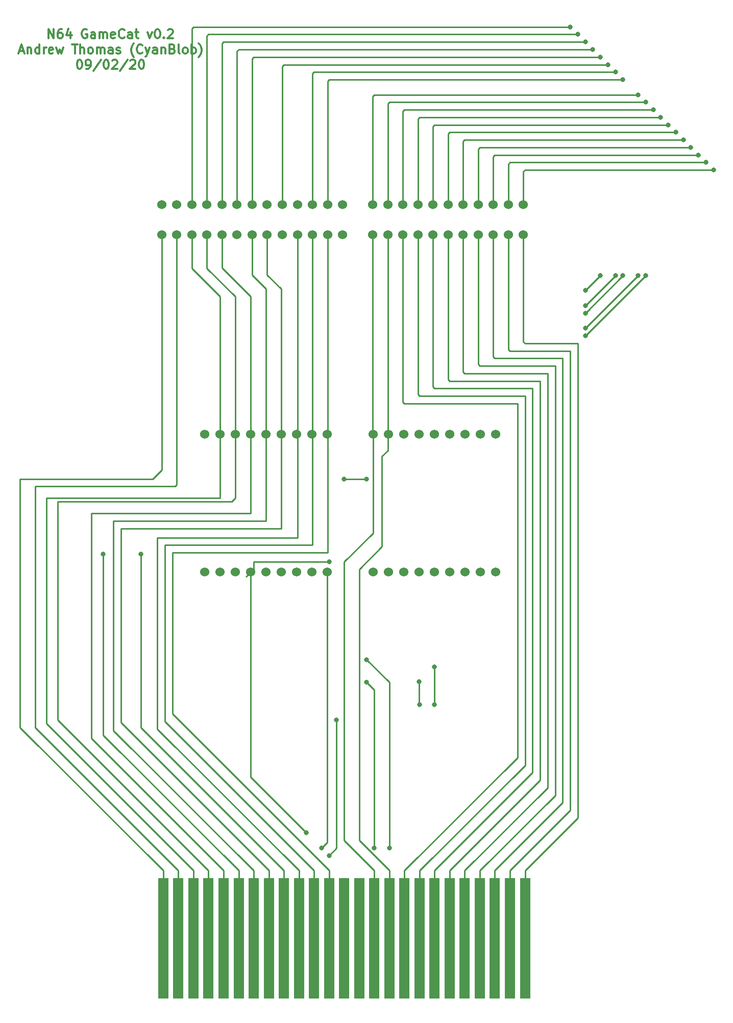
<source format=gbr>
%TF.GenerationSoftware,KiCad,Pcbnew,5.1.6*%
%TF.CreationDate,2020-09-02T19:31:06-05:00*%
%TF.ProjectId,n64_gamecat,6e36345f-6761-46d6-9563-61742e6b6963,rev?*%
%TF.SameCoordinates,Original*%
%TF.FileFunction,Copper,L1,Top*%
%TF.FilePolarity,Positive*%
%FSLAX46Y46*%
G04 Gerber Fmt 4.6, Leading zero omitted, Abs format (unit mm)*
G04 Created by KiCad (PCBNEW 5.1.6) date 2020-09-02 19:31:06*
%MOMM*%
%LPD*%
G01*
G04 APERTURE LIST*
%TA.AperFunction,NonConductor*%
%ADD10C,0.300000*%
%TD*%
%TA.AperFunction,ComponentPad*%
%ADD11C,1.524000*%
%TD*%
%TA.AperFunction,SMDPad,CuDef*%
%ADD12R,1.800000X20.000000*%
%TD*%
%TA.AperFunction,ViaPad*%
%ADD13C,0.800000*%
%TD*%
%TA.AperFunction,Conductor*%
%ADD14C,0.250000*%
%TD*%
G04 APERTURE END LIST*
D10*
X90964285Y-18128571D02*
X90964285Y-16628571D01*
X91821428Y-18128571D01*
X91821428Y-16628571D01*
X93178571Y-16628571D02*
X92892857Y-16628571D01*
X92750000Y-16700000D01*
X92678571Y-16771428D01*
X92535714Y-16985714D01*
X92464285Y-17271428D01*
X92464285Y-17842857D01*
X92535714Y-17985714D01*
X92607142Y-18057142D01*
X92750000Y-18128571D01*
X93035714Y-18128571D01*
X93178571Y-18057142D01*
X93250000Y-17985714D01*
X93321428Y-17842857D01*
X93321428Y-17485714D01*
X93250000Y-17342857D01*
X93178571Y-17271428D01*
X93035714Y-17200000D01*
X92750000Y-17200000D01*
X92607142Y-17271428D01*
X92535714Y-17342857D01*
X92464285Y-17485714D01*
X94607142Y-17128571D02*
X94607142Y-18128571D01*
X94250000Y-16557142D02*
X93892857Y-17628571D01*
X94821428Y-17628571D01*
X97321428Y-16700000D02*
X97178571Y-16628571D01*
X96964285Y-16628571D01*
X96750000Y-16700000D01*
X96607142Y-16842857D01*
X96535714Y-16985714D01*
X96464285Y-17271428D01*
X96464285Y-17485714D01*
X96535714Y-17771428D01*
X96607142Y-17914285D01*
X96750000Y-18057142D01*
X96964285Y-18128571D01*
X97107142Y-18128571D01*
X97321428Y-18057142D01*
X97392857Y-17985714D01*
X97392857Y-17485714D01*
X97107142Y-17485714D01*
X98678571Y-18128571D02*
X98678571Y-17342857D01*
X98607142Y-17200000D01*
X98464285Y-17128571D01*
X98178571Y-17128571D01*
X98035714Y-17200000D01*
X98678571Y-18057142D02*
X98535714Y-18128571D01*
X98178571Y-18128571D01*
X98035714Y-18057142D01*
X97964285Y-17914285D01*
X97964285Y-17771428D01*
X98035714Y-17628571D01*
X98178571Y-17557142D01*
X98535714Y-17557142D01*
X98678571Y-17485714D01*
X99392857Y-18128571D02*
X99392857Y-17128571D01*
X99392857Y-17271428D02*
X99464285Y-17200000D01*
X99607142Y-17128571D01*
X99821428Y-17128571D01*
X99964285Y-17200000D01*
X100035714Y-17342857D01*
X100035714Y-18128571D01*
X100035714Y-17342857D02*
X100107142Y-17200000D01*
X100250000Y-17128571D01*
X100464285Y-17128571D01*
X100607142Y-17200000D01*
X100678571Y-17342857D01*
X100678571Y-18128571D01*
X101964285Y-18057142D02*
X101821428Y-18128571D01*
X101535714Y-18128571D01*
X101392857Y-18057142D01*
X101321428Y-17914285D01*
X101321428Y-17342857D01*
X101392857Y-17200000D01*
X101535714Y-17128571D01*
X101821428Y-17128571D01*
X101964285Y-17200000D01*
X102035714Y-17342857D01*
X102035714Y-17485714D01*
X101321428Y-17628571D01*
X103535714Y-17985714D02*
X103464285Y-18057142D01*
X103250000Y-18128571D01*
X103107142Y-18128571D01*
X102892857Y-18057142D01*
X102750000Y-17914285D01*
X102678571Y-17771428D01*
X102607142Y-17485714D01*
X102607142Y-17271428D01*
X102678571Y-16985714D01*
X102750000Y-16842857D01*
X102892857Y-16700000D01*
X103107142Y-16628571D01*
X103250000Y-16628571D01*
X103464285Y-16700000D01*
X103535714Y-16771428D01*
X104821428Y-18128571D02*
X104821428Y-17342857D01*
X104750000Y-17200000D01*
X104607142Y-17128571D01*
X104321428Y-17128571D01*
X104178571Y-17200000D01*
X104821428Y-18057142D02*
X104678571Y-18128571D01*
X104321428Y-18128571D01*
X104178571Y-18057142D01*
X104107142Y-17914285D01*
X104107142Y-17771428D01*
X104178571Y-17628571D01*
X104321428Y-17557142D01*
X104678571Y-17557142D01*
X104821428Y-17485714D01*
X105321428Y-17128571D02*
X105892857Y-17128571D01*
X105535714Y-16628571D02*
X105535714Y-17914285D01*
X105607142Y-18057142D01*
X105749999Y-18128571D01*
X105892857Y-18128571D01*
X107392857Y-17128571D02*
X107749999Y-18128571D01*
X108107142Y-17128571D01*
X108964285Y-16628571D02*
X109107142Y-16628571D01*
X109249999Y-16700000D01*
X109321428Y-16771428D01*
X109392857Y-16914285D01*
X109464285Y-17200000D01*
X109464285Y-17557142D01*
X109392857Y-17842857D01*
X109321428Y-17985714D01*
X109249999Y-18057142D01*
X109107142Y-18128571D01*
X108964285Y-18128571D01*
X108821428Y-18057142D01*
X108749999Y-17985714D01*
X108678571Y-17842857D01*
X108607142Y-17557142D01*
X108607142Y-17200000D01*
X108678571Y-16914285D01*
X108749999Y-16771428D01*
X108821428Y-16700000D01*
X108964285Y-16628571D01*
X110107142Y-17985714D02*
X110178571Y-18057142D01*
X110107142Y-18128571D01*
X110035714Y-18057142D01*
X110107142Y-17985714D01*
X110107142Y-18128571D01*
X110749999Y-16771428D02*
X110821428Y-16700000D01*
X110964285Y-16628571D01*
X111321428Y-16628571D01*
X111464285Y-16700000D01*
X111535714Y-16771428D01*
X111607142Y-16914285D01*
X111607142Y-17057142D01*
X111535714Y-17271428D01*
X110678571Y-18128571D01*
X111607142Y-18128571D01*
X86107142Y-20250000D02*
X86821428Y-20250000D01*
X85964285Y-20678571D02*
X86464285Y-19178571D01*
X86964285Y-20678571D01*
X87464285Y-19678571D02*
X87464285Y-20678571D01*
X87464285Y-19821428D02*
X87535714Y-19750000D01*
X87678571Y-19678571D01*
X87892857Y-19678571D01*
X88035714Y-19750000D01*
X88107142Y-19892857D01*
X88107142Y-20678571D01*
X89464285Y-20678571D02*
X89464285Y-19178571D01*
X89464285Y-20607142D02*
X89321428Y-20678571D01*
X89035714Y-20678571D01*
X88892857Y-20607142D01*
X88821428Y-20535714D01*
X88750000Y-20392857D01*
X88750000Y-19964285D01*
X88821428Y-19821428D01*
X88892857Y-19750000D01*
X89035714Y-19678571D01*
X89321428Y-19678571D01*
X89464285Y-19750000D01*
X90178571Y-20678571D02*
X90178571Y-19678571D01*
X90178571Y-19964285D02*
X90250000Y-19821428D01*
X90321428Y-19750000D01*
X90464285Y-19678571D01*
X90607142Y-19678571D01*
X91678571Y-20607142D02*
X91535714Y-20678571D01*
X91250000Y-20678571D01*
X91107142Y-20607142D01*
X91035714Y-20464285D01*
X91035714Y-19892857D01*
X91107142Y-19750000D01*
X91250000Y-19678571D01*
X91535714Y-19678571D01*
X91678571Y-19750000D01*
X91750000Y-19892857D01*
X91750000Y-20035714D01*
X91035714Y-20178571D01*
X92250000Y-19678571D02*
X92535714Y-20678571D01*
X92821428Y-19964285D01*
X93107142Y-20678571D01*
X93392857Y-19678571D01*
X94892857Y-19178571D02*
X95750000Y-19178571D01*
X95321428Y-20678571D02*
X95321428Y-19178571D01*
X96250000Y-20678571D02*
X96250000Y-19178571D01*
X96892857Y-20678571D02*
X96892857Y-19892857D01*
X96821428Y-19750000D01*
X96678571Y-19678571D01*
X96464285Y-19678571D01*
X96321428Y-19750000D01*
X96250000Y-19821428D01*
X97821428Y-20678571D02*
X97678571Y-20607142D01*
X97607142Y-20535714D01*
X97535714Y-20392857D01*
X97535714Y-19964285D01*
X97607142Y-19821428D01*
X97678571Y-19750000D01*
X97821428Y-19678571D01*
X98035714Y-19678571D01*
X98178571Y-19750000D01*
X98250000Y-19821428D01*
X98321428Y-19964285D01*
X98321428Y-20392857D01*
X98250000Y-20535714D01*
X98178571Y-20607142D01*
X98035714Y-20678571D01*
X97821428Y-20678571D01*
X98964285Y-20678571D02*
X98964285Y-19678571D01*
X98964285Y-19821428D02*
X99035714Y-19750000D01*
X99178571Y-19678571D01*
X99392857Y-19678571D01*
X99535714Y-19750000D01*
X99607142Y-19892857D01*
X99607142Y-20678571D01*
X99607142Y-19892857D02*
X99678571Y-19750000D01*
X99821428Y-19678571D01*
X100035714Y-19678571D01*
X100178571Y-19750000D01*
X100250000Y-19892857D01*
X100250000Y-20678571D01*
X101607142Y-20678571D02*
X101607142Y-19892857D01*
X101535714Y-19750000D01*
X101392857Y-19678571D01*
X101107142Y-19678571D01*
X100964285Y-19750000D01*
X101607142Y-20607142D02*
X101464285Y-20678571D01*
X101107142Y-20678571D01*
X100964285Y-20607142D01*
X100892857Y-20464285D01*
X100892857Y-20321428D01*
X100964285Y-20178571D01*
X101107142Y-20107142D01*
X101464285Y-20107142D01*
X101607142Y-20035714D01*
X102250000Y-20607142D02*
X102392857Y-20678571D01*
X102678571Y-20678571D01*
X102821428Y-20607142D01*
X102892857Y-20464285D01*
X102892857Y-20392857D01*
X102821428Y-20250000D01*
X102678571Y-20178571D01*
X102464285Y-20178571D01*
X102321428Y-20107142D01*
X102250000Y-19964285D01*
X102250000Y-19892857D01*
X102321428Y-19750000D01*
X102464285Y-19678571D01*
X102678571Y-19678571D01*
X102821428Y-19750000D01*
X105107142Y-21250000D02*
X105035714Y-21178571D01*
X104892857Y-20964285D01*
X104821428Y-20821428D01*
X104750000Y-20607142D01*
X104678571Y-20250000D01*
X104678571Y-19964285D01*
X104750000Y-19607142D01*
X104821428Y-19392857D01*
X104892857Y-19250000D01*
X105035714Y-19035714D01*
X105107142Y-18964285D01*
X106535714Y-20535714D02*
X106464285Y-20607142D01*
X106250000Y-20678571D01*
X106107142Y-20678571D01*
X105892857Y-20607142D01*
X105750000Y-20464285D01*
X105678571Y-20321428D01*
X105607142Y-20035714D01*
X105607142Y-19821428D01*
X105678571Y-19535714D01*
X105750000Y-19392857D01*
X105892857Y-19250000D01*
X106107142Y-19178571D01*
X106250000Y-19178571D01*
X106464285Y-19250000D01*
X106535714Y-19321428D01*
X107035714Y-19678571D02*
X107392857Y-20678571D01*
X107750000Y-19678571D02*
X107392857Y-20678571D01*
X107250000Y-21035714D01*
X107178571Y-21107142D01*
X107035714Y-21178571D01*
X108964285Y-20678571D02*
X108964285Y-19892857D01*
X108892857Y-19750000D01*
X108750000Y-19678571D01*
X108464285Y-19678571D01*
X108321428Y-19750000D01*
X108964285Y-20607142D02*
X108821428Y-20678571D01*
X108464285Y-20678571D01*
X108321428Y-20607142D01*
X108250000Y-20464285D01*
X108250000Y-20321428D01*
X108321428Y-20178571D01*
X108464285Y-20107142D01*
X108821428Y-20107142D01*
X108964285Y-20035714D01*
X109678571Y-19678571D02*
X109678571Y-20678571D01*
X109678571Y-19821428D02*
X109750000Y-19750000D01*
X109892857Y-19678571D01*
X110107142Y-19678571D01*
X110250000Y-19750000D01*
X110321428Y-19892857D01*
X110321428Y-20678571D01*
X111535714Y-19892857D02*
X111750000Y-19964285D01*
X111821428Y-20035714D01*
X111892857Y-20178571D01*
X111892857Y-20392857D01*
X111821428Y-20535714D01*
X111750000Y-20607142D01*
X111607142Y-20678571D01*
X111035714Y-20678571D01*
X111035714Y-19178571D01*
X111535714Y-19178571D01*
X111678571Y-19250000D01*
X111750000Y-19321428D01*
X111821428Y-19464285D01*
X111821428Y-19607142D01*
X111750000Y-19750000D01*
X111678571Y-19821428D01*
X111535714Y-19892857D01*
X111035714Y-19892857D01*
X112750000Y-20678571D02*
X112607142Y-20607142D01*
X112535714Y-20464285D01*
X112535714Y-19178571D01*
X113535714Y-20678571D02*
X113392857Y-20607142D01*
X113321428Y-20535714D01*
X113250000Y-20392857D01*
X113250000Y-19964285D01*
X113321428Y-19821428D01*
X113392857Y-19750000D01*
X113535714Y-19678571D01*
X113750000Y-19678571D01*
X113892857Y-19750000D01*
X113964285Y-19821428D01*
X114035714Y-19964285D01*
X114035714Y-20392857D01*
X113964285Y-20535714D01*
X113892857Y-20607142D01*
X113750000Y-20678571D01*
X113535714Y-20678571D01*
X114678571Y-20678571D02*
X114678571Y-19178571D01*
X114678571Y-19750000D02*
X114821428Y-19678571D01*
X115107142Y-19678571D01*
X115250000Y-19750000D01*
X115321428Y-19821428D01*
X115392857Y-19964285D01*
X115392857Y-20392857D01*
X115321428Y-20535714D01*
X115250000Y-20607142D01*
X115107142Y-20678571D01*
X114821428Y-20678571D01*
X114678571Y-20607142D01*
X115892857Y-21250000D02*
X115964285Y-21178571D01*
X116107142Y-20964285D01*
X116178571Y-20821428D01*
X116250000Y-20607142D01*
X116321428Y-20250000D01*
X116321428Y-19964285D01*
X116250000Y-19607142D01*
X116178571Y-19392857D01*
X116107142Y-19250000D01*
X115964285Y-19035714D01*
X115892857Y-18964285D01*
X96035714Y-21728571D02*
X96178571Y-21728571D01*
X96321428Y-21800000D01*
X96392857Y-21871428D01*
X96464285Y-22014285D01*
X96535714Y-22300000D01*
X96535714Y-22657142D01*
X96464285Y-22942857D01*
X96392857Y-23085714D01*
X96321428Y-23157142D01*
X96178571Y-23228571D01*
X96035714Y-23228571D01*
X95892857Y-23157142D01*
X95821428Y-23085714D01*
X95750000Y-22942857D01*
X95678571Y-22657142D01*
X95678571Y-22300000D01*
X95750000Y-22014285D01*
X95821428Y-21871428D01*
X95892857Y-21800000D01*
X96035714Y-21728571D01*
X97250000Y-23228571D02*
X97535714Y-23228571D01*
X97678571Y-23157142D01*
X97750000Y-23085714D01*
X97892857Y-22871428D01*
X97964285Y-22585714D01*
X97964285Y-22014285D01*
X97892857Y-21871428D01*
X97821428Y-21800000D01*
X97678571Y-21728571D01*
X97392857Y-21728571D01*
X97250000Y-21800000D01*
X97178571Y-21871428D01*
X97107142Y-22014285D01*
X97107142Y-22371428D01*
X97178571Y-22514285D01*
X97250000Y-22585714D01*
X97392857Y-22657142D01*
X97678571Y-22657142D01*
X97821428Y-22585714D01*
X97892857Y-22514285D01*
X97964285Y-22371428D01*
X99678571Y-21657142D02*
X98392857Y-23585714D01*
X100464285Y-21728571D02*
X100607142Y-21728571D01*
X100750000Y-21800000D01*
X100821428Y-21871428D01*
X100892857Y-22014285D01*
X100964285Y-22300000D01*
X100964285Y-22657142D01*
X100892857Y-22942857D01*
X100821428Y-23085714D01*
X100750000Y-23157142D01*
X100607142Y-23228571D01*
X100464285Y-23228571D01*
X100321428Y-23157142D01*
X100250000Y-23085714D01*
X100178571Y-22942857D01*
X100107142Y-22657142D01*
X100107142Y-22300000D01*
X100178571Y-22014285D01*
X100250000Y-21871428D01*
X100321428Y-21800000D01*
X100464285Y-21728571D01*
X101535714Y-21871428D02*
X101607142Y-21800000D01*
X101750000Y-21728571D01*
X102107142Y-21728571D01*
X102250000Y-21800000D01*
X102321428Y-21871428D01*
X102392857Y-22014285D01*
X102392857Y-22157142D01*
X102321428Y-22371428D01*
X101464285Y-23228571D01*
X102392857Y-23228571D01*
X104107142Y-21657142D02*
X102821428Y-23585714D01*
X104535714Y-21871428D02*
X104607142Y-21800000D01*
X104750000Y-21728571D01*
X105107142Y-21728571D01*
X105250000Y-21800000D01*
X105321428Y-21871428D01*
X105392857Y-22014285D01*
X105392857Y-22157142D01*
X105321428Y-22371428D01*
X104464285Y-23228571D01*
X105392857Y-23228571D01*
X106321428Y-21728571D02*
X106464285Y-21728571D01*
X106607142Y-21800000D01*
X106678571Y-21871428D01*
X106750000Y-22014285D01*
X106821428Y-22300000D01*
X106821428Y-22657142D01*
X106750000Y-22942857D01*
X106678571Y-23085714D01*
X106607142Y-23157142D01*
X106464285Y-23228571D01*
X106321428Y-23228571D01*
X106178571Y-23157142D01*
X106107142Y-23085714D01*
X106035714Y-22942857D01*
X105964285Y-22657142D01*
X105964285Y-22300000D01*
X106035714Y-22014285D01*
X106107142Y-21871428D01*
X106178571Y-21800000D01*
X106321428Y-21728571D01*
D11*
%TO.P,REF\u002A\u002A,49*%
%TO.N,N/C*%
X109740000Y-45760000D03*
%TO.P,REF\u002A\u002A,48*%
X109740000Y-50760000D03*
%TO.P,REF\u002A\u002A,47*%
X112240000Y-45760000D03*
%TO.P,REF\u002A\u002A,46*%
X114740000Y-45760000D03*
%TO.P,REF\u002A\u002A,45*%
X117240000Y-45760000D03*
%TO.P,REF\u002A\u002A,44*%
X119740000Y-45760000D03*
%TO.P,REF\u002A\u002A,43*%
X122240000Y-45760000D03*
%TO.P,REF\u002A\u002A,42*%
X124740000Y-45760000D03*
%TO.P,REF\u002A\u002A,41*%
X127240000Y-45760000D03*
%TO.P,REF\u002A\u002A,40*%
X129740000Y-45760000D03*
%TO.P,REF\u002A\u002A,39*%
X132240000Y-45760000D03*
%TO.P,REF\u002A\u002A,38*%
X134740000Y-45760000D03*
%TO.P,REF\u002A\u002A,37*%
X137240000Y-45760000D03*
%TO.P,REF\u002A\u002A,36*%
X139740000Y-45760000D03*
%TO.P,REF\u002A\u002A,35*%
X144740000Y-45760000D03*
%TO.P,REF\u002A\u002A,34*%
X147240000Y-45760000D03*
%TO.P,REF\u002A\u002A,33*%
X149740000Y-45760000D03*
%TO.P,REF\u002A\u002A,32*%
X152240000Y-45760000D03*
%TO.P,REF\u002A\u002A,31*%
X154740000Y-45760000D03*
%TO.P,REF\u002A\u002A,30*%
X157240000Y-45760000D03*
%TO.P,REF\u002A\u002A,29*%
X159740000Y-45760000D03*
%TO.P,REF\u002A\u002A,28*%
X162240000Y-45760000D03*
%TO.P,REF\u002A\u002A,27*%
X164740000Y-45760000D03*
%TO.P,REF\u002A\u002A,26*%
X167240000Y-45760000D03*
%TO.P,REF\u002A\u002A,25*%
X169740000Y-45760000D03*
%TO.P,REF\u002A\u002A,24*%
X169740000Y-50760000D03*
%TO.P,REF\u002A\u002A,23*%
X167240000Y-50760000D03*
%TO.P,REF\u002A\u002A,22*%
X164740000Y-50760000D03*
%TO.P,REF\u002A\u002A,21*%
X162240000Y-50760000D03*
%TO.P,REF\u002A\u002A,20*%
X159740000Y-50760000D03*
%TO.P,REF\u002A\u002A,19*%
X157240000Y-50760000D03*
%TO.P,REF\u002A\u002A,18*%
X154740000Y-50760000D03*
%TO.P,REF\u002A\u002A,17*%
X152240000Y-50760000D03*
%TO.P,REF\u002A\u002A,16*%
X149740000Y-50760000D03*
%TO.P,REF\u002A\u002A,15*%
X147240000Y-50760000D03*
%TO.P,REF\u002A\u002A,14*%
X144740000Y-50760000D03*
%TO.P,REF\u002A\u002A,13*%
X139740000Y-50760000D03*
%TO.P,REF\u002A\u002A,12*%
X137240000Y-50760000D03*
%TO.P,REF\u002A\u002A,11*%
X137240000Y-50760000D03*
%TO.P,REF\u002A\u002A,10*%
X134740000Y-50760000D03*
%TO.P,REF\u002A\u002A,9*%
X132240000Y-50760000D03*
%TO.P,REF\u002A\u002A,8*%
X129740000Y-50760000D03*
%TO.P,REF\u002A\u002A,7*%
X127240000Y-50760000D03*
%TO.P,REF\u002A\u002A,6*%
X124740000Y-50760000D03*
%TO.P,REF\u002A\u002A,5*%
X122240000Y-50760000D03*
%TO.P,REF\u002A\u002A,4*%
X119740000Y-50760000D03*
%TO.P,REF\u002A\u002A,3*%
X117240000Y-50760000D03*
%TO.P,REF\u002A\u002A,2*%
X114740000Y-50760000D03*
%TO.P,REF\u002A\u002A,1*%
X112240000Y-50760000D03*
%TD*%
D12*
%TO.P,REF\u002A\u002A,25*%
%TO.N,N/C*%
X170000000Y-167500000D03*
%TO.P,REF\u002A\u002A,24*%
X167500000Y-167500000D03*
%TO.P,REF\u002A\u002A,23*%
X165000000Y-167500000D03*
%TO.P,REF\u002A\u002A,22*%
X162500000Y-167500000D03*
%TO.P,REF\u002A\u002A,21*%
X160000000Y-167500000D03*
%TO.P,REF\u002A\u002A,20*%
X157500000Y-167500000D03*
%TO.P,REF\u002A\u002A,19*%
X155000000Y-167500000D03*
%TO.P,REF\u002A\u002A,18*%
X152500000Y-167500000D03*
%TO.P,REF\u002A\u002A,17*%
X150000000Y-167500000D03*
%TO.P,REF\u002A\u002A,16*%
X147500000Y-167500000D03*
%TO.P,REF\u002A\u002A,15*%
X145000000Y-167500000D03*
%TO.P,REF\u002A\u002A,14*%
X142500000Y-167500000D03*
%TO.P,REF\u002A\u002A,13*%
X140000000Y-167500000D03*
%TO.P,REF\u002A\u002A,12*%
X137500000Y-167500000D03*
%TO.P,REF\u002A\u002A,11*%
X135000000Y-167500000D03*
%TO.P,REF\u002A\u002A,10*%
X132500000Y-167500000D03*
%TO.P,REF\u002A\u002A,9*%
X130000000Y-167500000D03*
%TO.P,REF\u002A\u002A,8*%
X127500000Y-167500000D03*
%TO.P,REF\u002A\u002A,7*%
X125000000Y-167500000D03*
%TO.P,REF\u002A\u002A,6*%
X122500000Y-167500000D03*
%TO.P,REF\u002A\u002A,5*%
X120000000Y-167500000D03*
%TO.P,REF\u002A\u002A,4*%
X117500000Y-167500000D03*
%TO.P,REF\u002A\u002A,3*%
X115000000Y-167500000D03*
%TO.P,REF\u002A\u002A,2*%
X112500000Y-167500000D03*
%TO.P,REF\u002A\u002A,1*%
X110000000Y-167500000D03*
%TD*%
D11*
%TO.P,REF\u002A\u002A,1*%
%TO.N,N/C*%
X116840000Y-106680000D03*
%TO.P,REF\u002A\u002A,2*%
X119380000Y-106680000D03*
%TO.P,REF\u002A\u002A,3*%
X121920000Y-106680000D03*
%TO.P,REF\u002A\u002A,4*%
X124460000Y-106680000D03*
%TO.P,REF\u002A\u002A,5*%
X127000000Y-106680000D03*
%TO.P,REF\u002A\u002A,6*%
X129540000Y-106680000D03*
%TO.P,REF\u002A\u002A,7*%
X132080000Y-106680000D03*
%TO.P,REF\u002A\u002A,8*%
X134620000Y-106680000D03*
%TO.P,REF\u002A\u002A,9*%
X137160000Y-106680000D03*
%TO.P,REF\u002A\u002A,10*%
X144780000Y-106680000D03*
%TO.P,REF\u002A\u002A,12*%
X147320000Y-106680000D03*
%TO.P,REF\u002A\u002A,11*%
X149860000Y-106680000D03*
%TO.P,REF\u002A\u002A,13*%
X152400000Y-106680000D03*
%TO.P,REF\u002A\u002A,14*%
X154940000Y-106680000D03*
%TO.P,REF\u002A\u002A,15*%
X157480000Y-106680000D03*
%TO.P,REF\u002A\u002A,16*%
X160020000Y-106680000D03*
%TO.P,REF\u002A\u002A,17*%
X162560000Y-106680000D03*
%TO.P,REF\u002A\u002A,18*%
X165100000Y-106680000D03*
%TO.P,REF\u002A\u002A,19*%
X116840000Y-83820000D03*
%TO.P,REF\u002A\u002A,20*%
X119380000Y-83820000D03*
%TO.P,REF\u002A\u002A,21*%
X121920000Y-83820000D03*
%TO.P,REF\u002A\u002A,22*%
X124460000Y-83820000D03*
%TO.P,REF\u002A\u002A,23*%
X127000000Y-83820000D03*
%TO.P,REF\u002A\u002A,24*%
X129540000Y-83820000D03*
%TO.P,REF\u002A\u002A,25*%
X132080000Y-83820000D03*
%TO.P,REF\u002A\u002A,26*%
X134620000Y-83820000D03*
%TO.P,REF\u002A\u002A,27*%
X137160000Y-83820000D03*
%TO.P,REF\u002A\u002A,28*%
X144780000Y-83820000D03*
%TO.P,REF\u002A\u002A,29*%
X147320000Y-83820000D03*
%TO.P,REF\u002A\u002A,30*%
X149860000Y-83820000D03*
%TO.P,REF\u002A\u002A,31*%
X152400000Y-83820000D03*
%TO.P,REF\u002A\u002A,32*%
X154940000Y-83820000D03*
%TO.P,REF\u002A\u002A,33*%
X157480000Y-83820000D03*
%TO.P,REF\u002A\u002A,34*%
X160020000Y-83820000D03*
%TO.P,REF\u002A\u002A,35*%
X162560000Y-83820000D03*
%TO.P,REF\u002A\u002A,36*%
X165100000Y-83820000D03*
%TD*%
D13*
%TO.N,*%
X106250000Y-103750000D03*
X100000000Y-103750000D03*
X177500000Y-16250000D03*
X178750000Y-17500000D03*
X180000000Y-18750000D03*
X181250000Y-20000000D03*
X182500000Y-21250000D03*
X183750000Y-22500000D03*
X185000000Y-23750000D03*
X186250000Y-25000000D03*
X188750000Y-27500000D03*
X190000000Y-28750000D03*
X191250000Y-30000000D03*
X192500000Y-31250000D03*
X193750000Y-32500000D03*
X195000000Y-33750000D03*
X196250000Y-35000000D03*
X197500000Y-36250000D03*
X198750000Y-37500000D03*
X200000000Y-38750000D03*
X201250000Y-40000000D03*
X182500000Y-57500000D03*
X180000000Y-60000000D03*
X152400000Y-124900000D03*
X152500000Y-128750000D03*
X137500000Y-105000000D03*
X133750000Y-150000000D03*
X136250000Y-152500000D03*
X185000000Y-57500000D03*
X186250000Y-57500000D03*
X180000000Y-62500000D03*
X180000000Y-63750000D03*
X154940000Y-122440000D03*
X155000000Y-128750000D03*
X188750000Y-57500000D03*
X190000000Y-57500000D03*
X180000000Y-66250000D03*
X180000000Y-67500000D03*
X137520000Y-153730000D03*
X138750000Y-131250000D03*
X145020000Y-152520000D03*
X147520000Y-152520000D03*
X143750000Y-125000000D03*
X143750000Y-121250000D03*
X143750000Y-91250000D03*
X140000000Y-91250000D03*
%TD*%
D14*
%TO.N,*%
X117240000Y-50760000D02*
X117240000Y-56280000D01*
X121920000Y-60960000D02*
X121920000Y-83820000D01*
X117240000Y-56280000D02*
X121920000Y-60960000D01*
X144740000Y-50760000D02*
X144740000Y-83780000D01*
X137500000Y-156250000D02*
X137500000Y-167500000D01*
X111510000Y-130260000D02*
X137500000Y-156250000D01*
X111510000Y-103490000D02*
X111510000Y-130260000D01*
X137240000Y-50760000D02*
X137240000Y-103490000D01*
X137240000Y-103490000D02*
X111510000Y-103490000D01*
X135000000Y-156250000D02*
X135000000Y-167500000D01*
X110260000Y-131510000D02*
X135000000Y-156250000D01*
X110260000Y-102240000D02*
X110260000Y-131510000D01*
X134740000Y-50760000D02*
X134740000Y-102240000D01*
X134740000Y-102240000D02*
X110260000Y-102240000D01*
X109010000Y-132760000D02*
X132500000Y-156250000D01*
X109010000Y-100990000D02*
X109010000Y-132760000D01*
X132240000Y-50760000D02*
X132240000Y-100990000D01*
X132500000Y-156250000D02*
X132500000Y-167500000D01*
X132240000Y-100990000D02*
X109010000Y-100990000D01*
X127500000Y-156250000D02*
X127500000Y-167500000D01*
X102960000Y-131710000D02*
X127500000Y-156250000D01*
X102960000Y-99540000D02*
X102960000Y-131710000D01*
X127240000Y-50760000D02*
X127240000Y-57390000D01*
X127240000Y-57390000D02*
X129540000Y-59690000D01*
X129540000Y-99540000D02*
X102960000Y-99540000D01*
X129540000Y-59690000D02*
X129540000Y-99540000D01*
X125000000Y-156250000D02*
X125000000Y-167500000D01*
X101750000Y-133000000D02*
X125000000Y-156250000D01*
X101750000Y-98250000D02*
X101750000Y-133000000D01*
X127000000Y-59690000D02*
X127000000Y-98250000D01*
X124740000Y-50760000D02*
X124740000Y-57430000D01*
X127000000Y-98250000D02*
X101750000Y-98250000D01*
X124740000Y-57430000D02*
X127000000Y-59690000D01*
X122500000Y-156250000D02*
X122500000Y-167500000D01*
X117500000Y-156250000D02*
X117500000Y-167500000D01*
X92500000Y-95000000D02*
X92500000Y-131250000D01*
X92500000Y-131250000D02*
X117500000Y-156250000D01*
X121340000Y-95000000D02*
X92500000Y-95000000D01*
X121920000Y-83820000D02*
X121920000Y-94420000D01*
X121920000Y-94420000D02*
X121340000Y-95000000D01*
X115000000Y-156250000D02*
X115000000Y-167500000D01*
X114740000Y-56320000D02*
X119380000Y-60960000D01*
X114740000Y-50760000D02*
X114740000Y-56320000D01*
X119380000Y-94380000D02*
X90620000Y-94380000D01*
X119380000Y-60960000D02*
X119380000Y-94380000D01*
X90620000Y-94380000D02*
X90620000Y-131870000D01*
X90620000Y-131870000D02*
X115000000Y-156250000D01*
X112240000Y-50760000D02*
X112240000Y-92240000D01*
X112240000Y-92240000D02*
X111980000Y-92500000D01*
X111980000Y-92500000D02*
X88750000Y-92500000D01*
X109740000Y-50760000D02*
X109740000Y-89740000D01*
X109740000Y-89740000D02*
X108230000Y-91250000D01*
X108230000Y-91250000D02*
X86250000Y-91250000D01*
X88750000Y-92500000D02*
X88750000Y-132500000D01*
X112500000Y-156250000D02*
X112500000Y-167500000D01*
X88750000Y-132500000D02*
X112500000Y-156250000D01*
X86250000Y-91250000D02*
X86250000Y-132500000D01*
X110000000Y-156250000D02*
X110000000Y-167500000D01*
X86250000Y-132500000D02*
X110000000Y-156250000D01*
X106250000Y-103750000D02*
X106250000Y-132500000D01*
X130000000Y-156250000D02*
X130000000Y-167500000D01*
X106250000Y-132500000D02*
X130000000Y-156250000D01*
X100000000Y-103750000D02*
X100000000Y-133750000D01*
X100000000Y-133750000D02*
X122500000Y-156250000D01*
X120000000Y-156250000D02*
X120000000Y-167500000D01*
X119740000Y-56240000D02*
X124460000Y-60960000D01*
X119740000Y-50760000D02*
X119740000Y-56240000D01*
X124460000Y-96960000D02*
X98040000Y-96960000D01*
X124460000Y-60960000D02*
X124460000Y-96960000D01*
X98040000Y-96960000D02*
X98040000Y-134290000D01*
X98040000Y-134290000D02*
X120000000Y-156250000D01*
X145000000Y-156250000D02*
X145000000Y-167500000D01*
X140000000Y-151250000D02*
X145000000Y-156250000D01*
X140000000Y-105000000D02*
X140000000Y-151250000D01*
X144780000Y-83820000D02*
X144780000Y-100220000D01*
X144780000Y-100220000D02*
X140000000Y-105000000D01*
X147500000Y-156250000D02*
X147500000Y-167500000D01*
X147240000Y-86510000D02*
X146250000Y-87500000D01*
X147240000Y-50760000D02*
X147240000Y-86510000D01*
X142500000Y-106250000D02*
X142500000Y-151250000D01*
X146250000Y-87500000D02*
X146250000Y-102500000D01*
X146250000Y-102500000D02*
X142500000Y-106250000D01*
X142500000Y-151250000D02*
X147500000Y-156250000D01*
X150000000Y-156250000D02*
X150000000Y-167500000D01*
X168750000Y-137500000D02*
X150000000Y-156250000D01*
X168750000Y-78750000D02*
X168750000Y-137500000D01*
X150000000Y-78750000D02*
X168750000Y-78750000D01*
X149740000Y-50760000D02*
X149740000Y-78490000D01*
X149740000Y-78490000D02*
X150000000Y-78750000D01*
X152500000Y-77500000D02*
X170000000Y-77500000D01*
X152240000Y-50760000D02*
X152240000Y-77240000D01*
X152500000Y-156250000D02*
X152500000Y-167500000D01*
X170000000Y-138750000D02*
X152500000Y-156250000D01*
X170000000Y-77500000D02*
X170000000Y-138750000D01*
X152240000Y-77240000D02*
X152500000Y-77500000D01*
X155000000Y-156250000D02*
X155000000Y-167500000D01*
X171250000Y-140000000D02*
X155000000Y-156250000D01*
X155000000Y-76250000D02*
X171250000Y-76250000D01*
X154740000Y-50760000D02*
X154740000Y-75990000D01*
X171250000Y-76250000D02*
X171250000Y-140000000D01*
X154740000Y-75990000D02*
X155000000Y-76250000D01*
X157500000Y-156250000D02*
X157500000Y-167500000D01*
X172500000Y-75000000D02*
X172500000Y-141250000D01*
X157500000Y-75000000D02*
X172500000Y-75000000D01*
X172500000Y-141250000D02*
X157500000Y-156250000D01*
X157240000Y-50760000D02*
X157240000Y-74740000D01*
X157240000Y-74740000D02*
X157500000Y-75000000D01*
X160000000Y-156250000D02*
X160000000Y-167500000D01*
X173750000Y-73750000D02*
X173750000Y-142500000D01*
X173750000Y-142500000D02*
X160000000Y-156250000D01*
X160000000Y-73750000D02*
X173750000Y-73750000D01*
X159740000Y-50760000D02*
X159740000Y-73490000D01*
X159740000Y-73490000D02*
X160000000Y-73750000D01*
X175000000Y-143750000D02*
X162500000Y-156250000D01*
X175000000Y-72500000D02*
X175000000Y-143750000D01*
X162500000Y-72500000D02*
X175000000Y-72500000D01*
X162500000Y-156250000D02*
X162500000Y-167500000D01*
X162240000Y-50760000D02*
X162240000Y-72240000D01*
X162240000Y-72240000D02*
X162500000Y-72500000D01*
X165000000Y-156250000D02*
X165000000Y-167500000D01*
X176250000Y-71250000D02*
X176250000Y-145000000D01*
X176250000Y-145000000D02*
X165000000Y-156250000D01*
X165000000Y-71250000D02*
X176250000Y-71250000D01*
X164740000Y-50760000D02*
X164740000Y-70990000D01*
X164740000Y-70990000D02*
X165000000Y-71250000D01*
X177500000Y-70000000D02*
X177500000Y-146250000D01*
X167500000Y-70000000D02*
X177500000Y-70000000D01*
X167500000Y-156250000D02*
X167500000Y-167500000D01*
X177500000Y-146250000D02*
X167500000Y-156250000D01*
X167240000Y-50760000D02*
X167240000Y-69740000D01*
X167240000Y-69740000D02*
X167500000Y-70000000D01*
X170000000Y-156250000D02*
X170000000Y-167500000D01*
X178750000Y-147500000D02*
X170000000Y-156250000D01*
X170000000Y-68750000D02*
X178750000Y-68750000D01*
X178750000Y-68750000D02*
X178750000Y-147500000D01*
X169740000Y-50760000D02*
X169740000Y-68490000D01*
X169740000Y-68490000D02*
X170000000Y-68750000D01*
X114740000Y-45760000D02*
X114740000Y-16510000D01*
X115000000Y-16250000D02*
X177500000Y-16250000D01*
X114740000Y-16510000D02*
X115000000Y-16250000D01*
X117240000Y-45760000D02*
X117240000Y-17760000D01*
X117240000Y-17760000D02*
X117500000Y-17500000D01*
X117500000Y-17500000D02*
X178750000Y-17500000D01*
X119740000Y-45760000D02*
X119740000Y-19010000D01*
X119740000Y-19010000D02*
X120000000Y-18750000D01*
X120000000Y-18750000D02*
X180000000Y-18750000D01*
X122240000Y-45760000D02*
X122240000Y-20260000D01*
X122240000Y-20260000D02*
X122500000Y-20000000D01*
X122500000Y-20000000D02*
X181250000Y-20000000D01*
X124740000Y-45760000D02*
X124740000Y-21510000D01*
X124740000Y-21510000D02*
X125000000Y-21250000D01*
X125000000Y-21250000D02*
X182500000Y-21250000D01*
X129740000Y-45760000D02*
X129740000Y-22760000D01*
X129740000Y-22760000D02*
X130000000Y-22500000D01*
X130000000Y-22500000D02*
X183750000Y-22500000D01*
X134740000Y-45760000D02*
X134740000Y-24010000D01*
X134740000Y-24010000D02*
X135000000Y-23750000D01*
X135000000Y-23750000D02*
X185000000Y-23750000D01*
X137240000Y-45760000D02*
X137240000Y-25260000D01*
X137240000Y-25260000D02*
X137500000Y-25000000D01*
X137500000Y-25000000D02*
X186250000Y-25000000D01*
X144740000Y-45760000D02*
X144740000Y-27760000D01*
X145000000Y-27500000D02*
X188750000Y-27500000D01*
X144740000Y-27760000D02*
X145000000Y-27500000D01*
X147240000Y-45760000D02*
X147240000Y-29010000D01*
X147500000Y-28750000D02*
X190000000Y-28750000D01*
X147240000Y-29010000D02*
X147500000Y-28750000D01*
X149740000Y-45760000D02*
X149740000Y-30260000D01*
X149740000Y-30260000D02*
X150000000Y-30000000D01*
X150000000Y-30000000D02*
X191250000Y-30000000D01*
X152240000Y-45760000D02*
X152240000Y-31510000D01*
X152240000Y-31510000D02*
X152500000Y-31250000D01*
X152500000Y-31250000D02*
X192500000Y-31250000D01*
X154740000Y-45760000D02*
X154740000Y-32760000D01*
X154740000Y-32760000D02*
X155000000Y-32500000D01*
X155000000Y-32500000D02*
X193750000Y-32500000D01*
X157240000Y-45760000D02*
X157240000Y-34010000D01*
X157240000Y-34010000D02*
X157500000Y-33750000D01*
X157500000Y-33750000D02*
X195000000Y-33750000D01*
X159740000Y-45760000D02*
X159740000Y-35260000D01*
X159740000Y-35260000D02*
X160000000Y-35000000D01*
X160000000Y-35000000D02*
X196250000Y-35000000D01*
X162240000Y-45760000D02*
X162240000Y-36510000D01*
X162240000Y-36510000D02*
X162500000Y-36250000D01*
X162500000Y-36250000D02*
X197500000Y-36250000D01*
X164740000Y-45760000D02*
X164740000Y-37760000D01*
X164740000Y-37760000D02*
X165000000Y-37500000D01*
X165000000Y-37500000D02*
X198750000Y-37500000D01*
X167240000Y-45760000D02*
X167240000Y-39010000D01*
X167240000Y-39010000D02*
X167500000Y-38750000D01*
X167500000Y-38750000D02*
X200000000Y-38750000D01*
X169740000Y-45760000D02*
X169740000Y-40260000D01*
X169740000Y-40260000D02*
X170000000Y-40000000D01*
X170000000Y-40000000D02*
X201250000Y-40000000D01*
X177500000Y-16250000D02*
X177500000Y-16250000D01*
X178750000Y-17500000D02*
X178750000Y-17500000D01*
X180000000Y-18750000D02*
X180000000Y-18750000D01*
X181250000Y-20000000D02*
X181250000Y-20000000D01*
X182500000Y-21250000D02*
X182500000Y-21250000D01*
X183750000Y-22500000D02*
X183750000Y-22500000D01*
X185000000Y-23750000D02*
X185000000Y-23750000D01*
X186250000Y-25000000D02*
X186250000Y-25000000D01*
X188750000Y-27500000D02*
X188750000Y-27500000D01*
X190000000Y-28750000D02*
X190000000Y-28750000D01*
X191250000Y-30000000D02*
X191250000Y-30000000D01*
X192500000Y-31250000D02*
X192500000Y-31250000D01*
X193750000Y-32500000D02*
X193750000Y-32500000D01*
X195000000Y-33750000D02*
X195000000Y-33750000D01*
X196250000Y-35000000D02*
X196250000Y-35000000D01*
X197500000Y-36250000D02*
X197500000Y-36250000D01*
X198750000Y-37500000D02*
X198750000Y-37500000D01*
X200000000Y-38750000D02*
X200000000Y-38750000D01*
X201250000Y-40000000D02*
X201250000Y-40000000D01*
X182500000Y-57500000D02*
X180000000Y-60000000D01*
X152400000Y-128650000D02*
X152500000Y-128750000D01*
X152400000Y-124900000D02*
X152400000Y-128650000D01*
X137500000Y-105000000D02*
X125000000Y-105000000D01*
X125000000Y-105000000D02*
X125000000Y-106250000D01*
X125000000Y-106250000D02*
X123750000Y-107500000D01*
X124460000Y-106680000D02*
X124460000Y-140710000D01*
X124460000Y-140710000D02*
X133750000Y-150000000D01*
X133750000Y-150000000D02*
X133750000Y-150000000D01*
X137160000Y-106680000D02*
X137160000Y-151590000D01*
X137160000Y-151590000D02*
X136250000Y-152500000D01*
X136250000Y-152500000D02*
X136250000Y-152500000D01*
X185000000Y-57500000D02*
X180000000Y-62500000D01*
X186250000Y-57500000D02*
X180000000Y-63750000D01*
X180000000Y-62500000D02*
X180000000Y-62500000D01*
X180000000Y-63750000D02*
X180000000Y-63750000D01*
X154940000Y-128690000D02*
X155000000Y-128750000D01*
X154940000Y-122440000D02*
X154940000Y-128690000D01*
X188750000Y-57500000D02*
X180000000Y-66250000D01*
X190000000Y-57500000D02*
X180000000Y-67500000D01*
X180000000Y-66250000D02*
X180000000Y-66250000D01*
X180000000Y-67500000D02*
X180000000Y-67500000D01*
X137520000Y-153730000D02*
X138750000Y-152500000D01*
X138750000Y-152500000D02*
X138750000Y-133750000D01*
X138750000Y-133750000D02*
X138750000Y-131250000D01*
X138750000Y-131250000D02*
X138750000Y-131250000D01*
X145020000Y-126270000D02*
X143750000Y-125000000D01*
X145020000Y-152520000D02*
X145020000Y-126270000D01*
X147520000Y-125020000D02*
X143750000Y-121250000D01*
X147520000Y-152520000D02*
X147520000Y-125020000D01*
X143750000Y-91250000D02*
X140000000Y-91250000D01*
%TD*%
M02*

</source>
